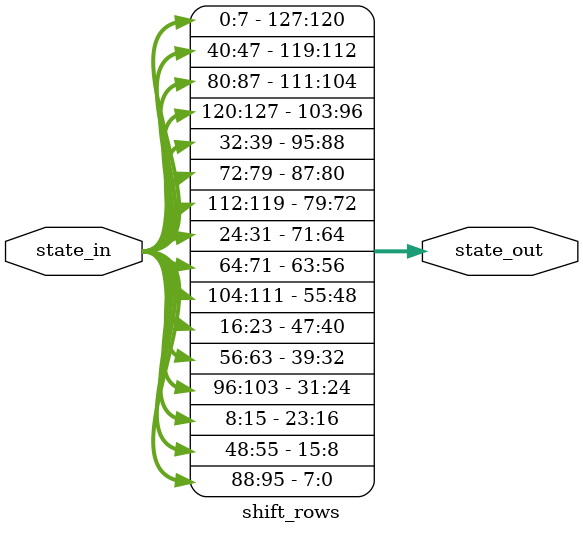
<source format=v>
module ob_tst();
    wire [0:127]in;
    wire [0:127]out;
   /// reg [0:127] out_state;
    wire [0:127] inafter_AddKey;
    wire [0:127] inafter_ShiftRow;
    wire [0:127] inafter_SubBytes;
    wire [0:127] inafter_MixColumns;
    wire [0:127] key;
    add_round_key U1(inafter_MixColumns,key, inafter_AddKey);
    shift_rows U2(inafter_SubBytes, inafter_ShiftRow);
    sub_bytes U3(in, inafter_SubBytes);
    MixColumns U4(inafter_ShiftRow, inafter_MixColumns);
    assign out = inafter_AddKey;
    assign key = 128'hd6aa74fdd2af72fadaa678f1d6ab76fe;
    assign in = 128'h00102030405060708090a0b0c0d0e0f0;
    initial begin
        $monitor("%h", out);
    end


endmodule


module add_round_key(state,key,next_state);
    input [0:127] key;
    input [0:127] state;
    output [0:127] next_state;
    assign next_state =key^state;
endmodule



module MixColumns(state_in, state_out);
input [0:127] state_in;
output [0:127] state_out;

function [7:0]mb_02;
  input [7:0] x;
  begin
    if(x[7] == 1) mb_02 = ((x << 1) ^ 8'h1b);
    else
        mb_02 = x << 1; 
  end
    
endfunction

function [7:0]mb_03;
    input[7:0] x;
    begin
    mb_03 = mb_02(x) ^ x;
    end
endfunction

genvar i;
  generate
for ( i=0 ; i<4 ; i = i+1 ) begin :mx_loop   
  assign state_out[(i*32)+:8] = mb_02(state_in[(i*32)+:8]) ^ mb_03(state_in[(i * 32 + 8)+:8]) ^ state_in[(i * 32 + 16)+:8] ^ state_in[(i*32 + 24)+:8];
  assign state_out[(i*32 + 8)+:8] = state_in[(i*32)+:8] ^ mb_02(state_in[(i*32 + 8)+:8]) ^ mb_03(state_in[(i * 32 + 16)+:8]) ^state_in[(i*32 + 24)+:8];
  assign state_out[(i*32 + 16)+:8] = state_in[(i*32)+:8] ^ state_in[(i * 32 + 8)+:8] ^ mb_02(state_in[(i * 32 + 16)+:8]) ^ mb_03(state_in[(i*32 + 24)+:8]);
  assign state_out[(i*32 + 24)+:8] = mb_03(state_in[(i*32)+:8]) ^ state_in[(i*32 + 8)+:8] ^ state_in[(i*32 + 16)+:8] ^ mb_02(state_in[(i * 32 + 24)+:8]);
end
  endgenerate
endmodule

module sub_bytes (state,next_state);
    input[0:127] state;
	output[0:127] next_state;

	// substitute_box works on 8 bits : 8'h 6f

	function [7:0] s_box; 
	input[7:0] in;
	reg[7:0] out;  
	begin

	
   
	case(in)
	   8'h00: out=8'h63;
	   8'h01: out=8'h7c;
	   8'h02: out=8'h77;
	   8'h03: out=8'h7b;
	   8'h04: out=8'hf2;
	   8'h05: out=8'h6b;
	   8'h06: out=8'h6f;
	   8'h07: out=8'hc5;
	   8'h08: out=8'h30;
	   8'h09: out=8'h01;
	   8'h0a: out=8'h67;
	   8'h0b: out=8'h2b;
	   8'h0c: out=8'hfe;
	   8'h0d: out=8'hd7;
	   8'h0e: out=8'hab;
	   8'h0f: out=8'h76;
	   8'h10: out=8'hca;
	   8'h11: out=8'h82;
	   8'h12: out=8'hc9;
	   8'h13: out=8'h7d;
	   8'h14: out=8'hfa;
	   8'h15: out=8'h59;
	   8'h16: out=8'h47;
	   8'h17: out=8'hf0;
	   8'h18: out=8'had;
	   8'h19: out=8'hd4;
	   8'h1a: out=8'ha2;
	   8'h1b: out=8'haf;
	   8'h1c: out=8'h9c;
	   8'h1d: out=8'ha4;
	   8'h1e: out=8'h72;
	   8'h1f: out=8'hc0;
	   8'h20: out=8'hb7;
	   8'h21: out=8'hfd;
	   8'h22: out=8'h93;
	   8'h23: out=8'h26;
	   8'h24: out=8'h36;
	   8'h25: out=8'h3f;
	   8'h26: out=8'hf7;
	   8'h27: out=8'hcc;
	   8'h28: out=8'h34;
	   8'h29: out=8'ha5;
	   8'h2a: out=8'he5;
	   8'h2b: out=8'hf1;
	   8'h2c: out=8'h71;
	   8'h2d: out=8'hd8;
	   8'h2e: out=8'h31;
	   8'h2f: out=8'h15;
	   8'h30: out=8'h04;
	   8'h31: out=8'hc7;
	   8'h32: out=8'h23;
	   8'h33: out=8'hc3;
	   8'h34: out=8'h18;
	   8'h35: out=8'h96;
	   8'h36: out=8'h05;
	   8'h37: out=8'h9a;
	   8'h38: out=8'h07;
	   8'h39: out=8'h12;
	   8'h3a: out=8'h80;
	   8'h3b: out=8'he2;
	   8'h3c: out=8'heb;
	   8'h3d: out=8'h27;
	   8'h3e: out=8'hb2;
	   8'h3f: out=8'h75;
	   8'h40: out=8'h09;
	   8'h41: out=8'h83;
	   8'h42: out=8'h2c;
	   8'h43: out=8'h1a;
	   8'h44: out=8'h1b;
	   8'h45: out=8'h6e;
	   8'h46: out=8'h5a;
	   8'h47: out=8'ha0;
	   8'h48: out=8'h52;
	   8'h49: out=8'h3b;
	   8'h4a: out=8'hd6;
	   8'h4b: out=8'hb3;
	   8'h4c: out=8'h29;
	   8'h4d: out=8'he3;
	   8'h4e: out=8'h2f;
	   8'h4f: out=8'h84;
	   8'h50: out=8'h53;
	   8'h51: out=8'hd1;
	   8'h52: out=8'h00;
	   8'h53: out=8'hed;
	   8'h54: out=8'h20;
	   8'h55: out=8'hfc;
	   8'h56: out=8'hb1;
	   8'h57: out=8'h5b;
	   8'h58: out=8'h6a;
	   8'h59: out=8'hcb;
	   8'h5a: out=8'hbe;
	   8'h5b: out=8'h39;
	   8'h5c: out=8'h4a;
	   8'h5d: out=8'h4c;
	   8'h5e: out=8'h58;
	   8'h5f: out=8'hcf;
	   8'h60: out=8'hd0;
	   8'h61: out=8'hef;
	   8'h62: out=8'haa;
	   8'h63: out=8'hfb;
	   8'h64: out=8'h43;
	   8'h65: out=8'h4d;
	   8'h66: out=8'h33;
	   8'h67: out=8'h85;
	   8'h68: out=8'h45;
	   8'h69: out=8'hf9;
	   8'h6a: out=8'h02;
	   8'h6b: out=8'h7f;
	   8'h6c: out=8'h50;
	   8'h6d: out=8'h3c;
	   8'h6e: out=8'h9f;
	   8'h6f: out=8'ha8;
	   8'h70: out=8'h51;
	   8'h71: out=8'ha3;
	   8'h72: out=8'h40;
	   8'h73: out=8'h8f;
	   8'h74: out=8'h92;
	   8'h75: out=8'h9d;
	   8'h76: out=8'h38;
	   8'h77: out=8'hf5;
	   8'h78: out=8'hbc;
	   8'h79: out=8'hb6;
	   8'h7a: out=8'hda;
	   8'h7b: out=8'h21;
	   8'h7c: out=8'h10;
	   8'h7d: out=8'hff;
	   8'h7e: out=8'hf3;
	   8'h7f: out=8'hd2;
	   8'h80: out=8'hcd;
	   8'h81: out=8'h0c;
	   8'h82: out=8'h13;
	   8'h83: out=8'hec;
	   8'h84: out=8'h5f;
	   8'h85: out=8'h97;
	   8'h86: out=8'h44;
	   8'h87: out=8'h17;
	   8'h88: out=8'hc4;
	   8'h89: out=8'ha7;
	   8'h8a: out=8'h7e;
	   8'h8b: out=8'h3d;
	   8'h8c: out=8'h64;
	   8'h8d: out=8'h5d;
	   8'h8e: out=8'h19;
	   8'h8f: out=8'h73;
	   8'h90: out=8'h60;
	   8'h91: out=8'h81;
	   8'h92: out=8'h4f;
	   8'h93: out=8'hdc;
	   8'h94: out=8'h22;
	   8'h95: out=8'h2a;
	   8'h96: out=8'h90;
	   8'h97: out=8'h88;
	   8'h98: out=8'h46;
	   8'h99: out=8'hee;
	   8'h9a: out=8'hb8;
	   8'h9b: out=8'h14;
	   8'h9c: out=8'hde;
	   8'h9d: out=8'h5e;
	   8'h9e: out=8'h0b;
	   8'h9f: out=8'hdb;
	   8'ha0: out=8'he0;
	   8'ha1: out=8'h32;
	   8'ha2: out=8'h3a;
	   8'ha3: out=8'h0a;
	   8'ha4: out=8'h49;
	   8'ha5: out=8'h06;
	   8'ha6: out=8'h24;
	   8'ha7: out=8'h5c;
	   8'ha8: out=8'hc2;
	   8'ha9: out=8'hd3;
	   8'haa: out=8'hac;
	   8'hab: out=8'h62;
	   8'hac: out=8'h91;
	   8'had: out=8'h95;
	   8'hae: out=8'he4;
	   8'haf: out=8'h79;
	   8'hb0: out=8'he7;
	   8'hb1: out=8'hc8;
	   8'hb2: out=8'h37;
	   8'hb3: out=8'h6d;
	   8'hb4: out=8'h8d;
	   8'hb5: out=8'hd5;
	   8'hb6: out=8'h4e;
	   8'hb7: out=8'ha9;
	   8'hb8: out=8'h6c;
	   8'hb9: out=8'h56;
	   8'hba: out=8'hf4;
	   8'hbb: out=8'hea;
	   8'hbc: out=8'h65;
	   8'hbd: out=8'h7a;
	   8'hbe: out=8'hae;
	   8'hbf: out=8'h08;
	   8'hc0: out=8'hba;
	   8'hc1: out=8'h78;
	   8'hc2: out=8'h25;
	   8'hc3: out=8'h2e;
	   8'hc4: out=8'h1c;
	   8'hc5: out=8'ha6;
	   8'hc6: out=8'hb4;
	   8'hc7: out=8'hc6;
	   8'hc8: out=8'he8;
	   8'hc9: out=8'hdd;
	   8'hca: out=8'h74;
	   8'hcb: out=8'h1f;
	   8'hcc: out=8'h4b;
	   8'hcd: out=8'hbd;
	   8'hce: out=8'h8b;
	   8'hcf: out=8'h8a;
	   8'hd0: out=8'h70;
	   8'hd1: out=8'h3e;
	   8'hd2: out=8'hb5;
	   8'hd3: out=8'h66;
	   8'hd4: out=8'h48;
	   8'hd5: out=8'h03;
	   8'hd6: out=8'hf6;
	   8'hd7: out=8'h0e;
	   8'hd8: out=8'h61;
	   8'hd9: out=8'h35;
	   8'hda: out=8'h57;
	   8'hdb: out=8'hb9;
	   8'hdc: out=8'h86;
	   8'hdd: out=8'hc1;
	   8'hde: out=8'h1d;
	   8'hdf: out=8'h9e;
	   8'he0: out=8'he1;
	   8'he1: out=8'hf8;
	   8'he2: out=8'h98;
	   8'he3: out=8'h11;
	   8'he4: out=8'h69;
	   8'he5: out=8'hd9;
	   8'he6: out=8'h8e;
	   8'he7: out=8'h94;
	   8'he8: out=8'h9b;
	   8'he9: out=8'h1e;
	   8'hea: out=8'h87;
	   8'heb: out=8'he9;
	   8'hec: out=8'hce;
	   8'hed: out=8'h55;
	   8'hee: out=8'h28;
	   8'hef: out=8'hdf;
	   8'hf0: out=8'h8c;
	   8'hf1: out=8'ha1;
	   8'hf2: out=8'h89;
	   8'hf3: out=8'h0d;
	   8'hf4: out=8'hbf;
	   8'hf5: out=8'he6;
	   8'hf6: out=8'h42;
	   8'hf7: out=8'h68;
	   8'hf8: out=8'h41;
	   8'hf9: out=8'h99;
	   8'hfa: out=8'h2d;
	   8'hfb: out=8'h0f;
	   8'hfc: out=8'hb0;
	   8'hfd: out=8'h54;
	   8'hfe: out=8'hbb;
	   8'hff: out=8'h16;
	
	endcase
	s_box =out;
	end
	endfunction
 

	 genvar i;

	generate
	 for(i=0;i<128;i=i+8) begin : sub_bytes
		assign next_state[i+:8]=s_box(state[i+:8]);
	   end 
	endgenerate

endmodule


module shift_rows (
	input [0:127] state_in,
	output [0:127] state_out);

    // First row is not shifted
    assign state_out[0:7] = state_in[0:7];
    assign state_out[32:39] = state_in[32:39];
    assign state_out[64:71] = state_in[64:71];
    assign state_out[96:103] = state_in[96:103];
    
    // Second row is shifted cyclically to the left by 1
    assign state_out[8:15] = state_in[40:47];
    assign state_out[40:47] = state_in[72:79];
    assign state_out[72:79] = state_in[104:111];
    assign state_out[104:111] = state_in[8:15];
    
    // Third row is shifted cyclically to the left by 2
    assign state_out[16:23] = state_in[80:87];
    assign state_out[48:55] = state_in[112:119];
    assign state_out[80:87] = state_in[16:23];
    assign state_out[112:119] = state_in[48:55];
    
    // Fourth row is shifted cyclically to the left by 3
    assign state_out[24:31] = state_in[120:127];
    assign state_out[56:63] = state_in[24:31];
    assign state_out[88:95] = state_in[56:63];
    assign state_out[120:127] = state_in[88:95];

endmodule

</source>
